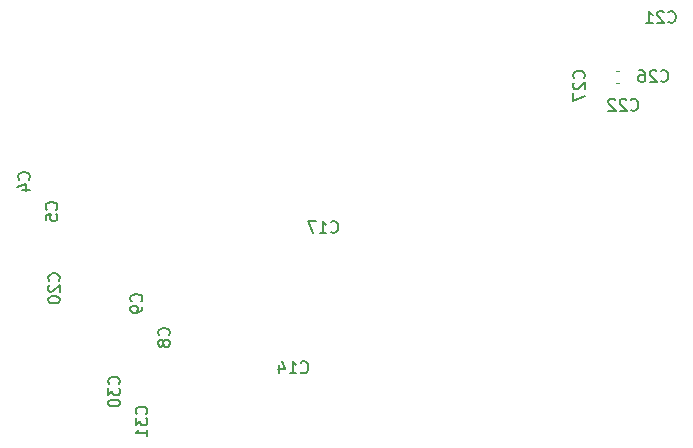
<source format=gbr>
%TF.GenerationSoftware,KiCad,Pcbnew,5.1.6*%
%TF.CreationDate,2020-09-04T11:32:19-04:00*%
%TF.ProjectId,rf-analyzer,72662d61-6e61-46c7-997a-65722e6b6963,rev?*%
%TF.SameCoordinates,Original*%
%TF.FileFunction,Legend,Bot*%
%TF.FilePolarity,Positive*%
%FSLAX46Y46*%
G04 Gerber Fmt 4.6, Leading zero omitted, Abs format (unit mm)*
G04 Created by KiCad (PCBNEW 5.1.6) date 2020-09-04 11:32:19*
%MOMM*%
%LPD*%
G01*
G04 APERTURE LIST*
%ADD10C,0.120000*%
%ADD11C,0.150000*%
G04 APERTURE END LIST*
D10*
%TO.C,C26*%
X165724721Y-89660000D02*
X166050279Y-89660000D01*
X165724721Y-90680000D02*
X166050279Y-90680000D01*
%TO.C,C31*%
D11*
X125987142Y-118737142D02*
X126034761Y-118689523D01*
X126082380Y-118546666D01*
X126082380Y-118451428D01*
X126034761Y-118308571D01*
X125939523Y-118213333D01*
X125844285Y-118165714D01*
X125653809Y-118118095D01*
X125510952Y-118118095D01*
X125320476Y-118165714D01*
X125225238Y-118213333D01*
X125130000Y-118308571D01*
X125082380Y-118451428D01*
X125082380Y-118546666D01*
X125130000Y-118689523D01*
X125177619Y-118737142D01*
X125082380Y-119070476D02*
X125082380Y-119689523D01*
X125463333Y-119356190D01*
X125463333Y-119499047D01*
X125510952Y-119594285D01*
X125558571Y-119641904D01*
X125653809Y-119689523D01*
X125891904Y-119689523D01*
X125987142Y-119641904D01*
X126034761Y-119594285D01*
X126082380Y-119499047D01*
X126082380Y-119213333D01*
X126034761Y-119118095D01*
X125987142Y-119070476D01*
X126082380Y-120641904D02*
X126082380Y-120070476D01*
X126082380Y-120356190D02*
X125082380Y-120356190D01*
X125225238Y-120260952D01*
X125320476Y-120165714D01*
X125368095Y-120070476D01*
%TO.C,C30*%
X123647142Y-116197142D02*
X123694761Y-116149523D01*
X123742380Y-116006666D01*
X123742380Y-115911428D01*
X123694761Y-115768571D01*
X123599523Y-115673333D01*
X123504285Y-115625714D01*
X123313809Y-115578095D01*
X123170952Y-115578095D01*
X122980476Y-115625714D01*
X122885238Y-115673333D01*
X122790000Y-115768571D01*
X122742380Y-115911428D01*
X122742380Y-116006666D01*
X122790000Y-116149523D01*
X122837619Y-116197142D01*
X122742380Y-116530476D02*
X122742380Y-117149523D01*
X123123333Y-116816190D01*
X123123333Y-116959047D01*
X123170952Y-117054285D01*
X123218571Y-117101904D01*
X123313809Y-117149523D01*
X123551904Y-117149523D01*
X123647142Y-117101904D01*
X123694761Y-117054285D01*
X123742380Y-116959047D01*
X123742380Y-116673333D01*
X123694761Y-116578095D01*
X123647142Y-116530476D01*
X122742380Y-117768571D02*
X122742380Y-117863809D01*
X122790000Y-117959047D01*
X122837619Y-118006666D01*
X122932857Y-118054285D01*
X123123333Y-118101904D01*
X123361428Y-118101904D01*
X123551904Y-118054285D01*
X123647142Y-118006666D01*
X123694761Y-117959047D01*
X123742380Y-117863809D01*
X123742380Y-117768571D01*
X123694761Y-117673333D01*
X123647142Y-117625714D01*
X123551904Y-117578095D01*
X123361428Y-117530476D01*
X123123333Y-117530476D01*
X122932857Y-117578095D01*
X122837619Y-117625714D01*
X122790000Y-117673333D01*
X122742380Y-117768571D01*
%TO.C,C27*%
X163017142Y-90312142D02*
X163064761Y-90264523D01*
X163112380Y-90121666D01*
X163112380Y-90026428D01*
X163064761Y-89883571D01*
X162969523Y-89788333D01*
X162874285Y-89740714D01*
X162683809Y-89693095D01*
X162540952Y-89693095D01*
X162350476Y-89740714D01*
X162255238Y-89788333D01*
X162160000Y-89883571D01*
X162112380Y-90026428D01*
X162112380Y-90121666D01*
X162160000Y-90264523D01*
X162207619Y-90312142D01*
X162207619Y-90693095D02*
X162160000Y-90740714D01*
X162112380Y-90835952D01*
X162112380Y-91074047D01*
X162160000Y-91169285D01*
X162207619Y-91216904D01*
X162302857Y-91264523D01*
X162398095Y-91264523D01*
X162540952Y-91216904D01*
X163112380Y-90645476D01*
X163112380Y-91264523D01*
X162112380Y-91597857D02*
X162112380Y-92264523D01*
X163112380Y-91835952D01*
%TO.C,C26*%
X169552857Y-90527142D02*
X169600476Y-90574761D01*
X169743333Y-90622380D01*
X169838571Y-90622380D01*
X169981428Y-90574761D01*
X170076666Y-90479523D01*
X170124285Y-90384285D01*
X170171904Y-90193809D01*
X170171904Y-90050952D01*
X170124285Y-89860476D01*
X170076666Y-89765238D01*
X169981428Y-89670000D01*
X169838571Y-89622380D01*
X169743333Y-89622380D01*
X169600476Y-89670000D01*
X169552857Y-89717619D01*
X169171904Y-89717619D02*
X169124285Y-89670000D01*
X169029047Y-89622380D01*
X168790952Y-89622380D01*
X168695714Y-89670000D01*
X168648095Y-89717619D01*
X168600476Y-89812857D01*
X168600476Y-89908095D01*
X168648095Y-90050952D01*
X169219523Y-90622380D01*
X168600476Y-90622380D01*
X167743333Y-89622380D02*
X167933809Y-89622380D01*
X168029047Y-89670000D01*
X168076666Y-89717619D01*
X168171904Y-89860476D01*
X168219523Y-90050952D01*
X168219523Y-90431904D01*
X168171904Y-90527142D01*
X168124285Y-90574761D01*
X168029047Y-90622380D01*
X167838571Y-90622380D01*
X167743333Y-90574761D01*
X167695714Y-90527142D01*
X167648095Y-90431904D01*
X167648095Y-90193809D01*
X167695714Y-90098571D01*
X167743333Y-90050952D01*
X167838571Y-90003333D01*
X168029047Y-90003333D01*
X168124285Y-90050952D01*
X168171904Y-90098571D01*
X168219523Y-90193809D01*
%TO.C,C22*%
X167012857Y-92967142D02*
X167060476Y-93014761D01*
X167203333Y-93062380D01*
X167298571Y-93062380D01*
X167441428Y-93014761D01*
X167536666Y-92919523D01*
X167584285Y-92824285D01*
X167631904Y-92633809D01*
X167631904Y-92490952D01*
X167584285Y-92300476D01*
X167536666Y-92205238D01*
X167441428Y-92110000D01*
X167298571Y-92062380D01*
X167203333Y-92062380D01*
X167060476Y-92110000D01*
X167012857Y-92157619D01*
X166631904Y-92157619D02*
X166584285Y-92110000D01*
X166489047Y-92062380D01*
X166250952Y-92062380D01*
X166155714Y-92110000D01*
X166108095Y-92157619D01*
X166060476Y-92252857D01*
X166060476Y-92348095D01*
X166108095Y-92490952D01*
X166679523Y-93062380D01*
X166060476Y-93062380D01*
X165679523Y-92157619D02*
X165631904Y-92110000D01*
X165536666Y-92062380D01*
X165298571Y-92062380D01*
X165203333Y-92110000D01*
X165155714Y-92157619D01*
X165108095Y-92252857D01*
X165108095Y-92348095D01*
X165155714Y-92490952D01*
X165727142Y-93062380D01*
X165108095Y-93062380D01*
%TO.C,C21*%
X170187857Y-85547142D02*
X170235476Y-85594761D01*
X170378333Y-85642380D01*
X170473571Y-85642380D01*
X170616428Y-85594761D01*
X170711666Y-85499523D01*
X170759285Y-85404285D01*
X170806904Y-85213809D01*
X170806904Y-85070952D01*
X170759285Y-84880476D01*
X170711666Y-84785238D01*
X170616428Y-84690000D01*
X170473571Y-84642380D01*
X170378333Y-84642380D01*
X170235476Y-84690000D01*
X170187857Y-84737619D01*
X169806904Y-84737619D02*
X169759285Y-84690000D01*
X169664047Y-84642380D01*
X169425952Y-84642380D01*
X169330714Y-84690000D01*
X169283095Y-84737619D01*
X169235476Y-84832857D01*
X169235476Y-84928095D01*
X169283095Y-85070952D01*
X169854523Y-85642380D01*
X169235476Y-85642380D01*
X168283095Y-85642380D02*
X168854523Y-85642380D01*
X168568809Y-85642380D02*
X168568809Y-84642380D01*
X168664047Y-84785238D01*
X168759285Y-84880476D01*
X168854523Y-84928095D01*
%TO.C,C20*%
X118567142Y-107457142D02*
X118614761Y-107409523D01*
X118662380Y-107266666D01*
X118662380Y-107171428D01*
X118614761Y-107028571D01*
X118519523Y-106933333D01*
X118424285Y-106885714D01*
X118233809Y-106838095D01*
X118090952Y-106838095D01*
X117900476Y-106885714D01*
X117805238Y-106933333D01*
X117710000Y-107028571D01*
X117662380Y-107171428D01*
X117662380Y-107266666D01*
X117710000Y-107409523D01*
X117757619Y-107457142D01*
X117757619Y-107838095D02*
X117710000Y-107885714D01*
X117662380Y-107980952D01*
X117662380Y-108219047D01*
X117710000Y-108314285D01*
X117757619Y-108361904D01*
X117852857Y-108409523D01*
X117948095Y-108409523D01*
X118090952Y-108361904D01*
X118662380Y-107790476D01*
X118662380Y-108409523D01*
X117662380Y-109028571D02*
X117662380Y-109123809D01*
X117710000Y-109219047D01*
X117757619Y-109266666D01*
X117852857Y-109314285D01*
X118043333Y-109361904D01*
X118281428Y-109361904D01*
X118471904Y-109314285D01*
X118567142Y-109266666D01*
X118614761Y-109219047D01*
X118662380Y-109123809D01*
X118662380Y-109028571D01*
X118614761Y-108933333D01*
X118567142Y-108885714D01*
X118471904Y-108838095D01*
X118281428Y-108790476D01*
X118043333Y-108790476D01*
X117852857Y-108838095D01*
X117757619Y-108885714D01*
X117710000Y-108933333D01*
X117662380Y-109028571D01*
%TO.C,C17*%
X141612857Y-103327142D02*
X141660476Y-103374761D01*
X141803333Y-103422380D01*
X141898571Y-103422380D01*
X142041428Y-103374761D01*
X142136666Y-103279523D01*
X142184285Y-103184285D01*
X142231904Y-102993809D01*
X142231904Y-102850952D01*
X142184285Y-102660476D01*
X142136666Y-102565238D01*
X142041428Y-102470000D01*
X141898571Y-102422380D01*
X141803333Y-102422380D01*
X141660476Y-102470000D01*
X141612857Y-102517619D01*
X140660476Y-103422380D02*
X141231904Y-103422380D01*
X140946190Y-103422380D02*
X140946190Y-102422380D01*
X141041428Y-102565238D01*
X141136666Y-102660476D01*
X141231904Y-102708095D01*
X140327142Y-102422380D02*
X139660476Y-102422380D01*
X140089047Y-103422380D01*
%TO.C,C14*%
X139072857Y-115192142D02*
X139120476Y-115239761D01*
X139263333Y-115287380D01*
X139358571Y-115287380D01*
X139501428Y-115239761D01*
X139596666Y-115144523D01*
X139644285Y-115049285D01*
X139691904Y-114858809D01*
X139691904Y-114715952D01*
X139644285Y-114525476D01*
X139596666Y-114430238D01*
X139501428Y-114335000D01*
X139358571Y-114287380D01*
X139263333Y-114287380D01*
X139120476Y-114335000D01*
X139072857Y-114382619D01*
X138120476Y-115287380D02*
X138691904Y-115287380D01*
X138406190Y-115287380D02*
X138406190Y-114287380D01*
X138501428Y-114430238D01*
X138596666Y-114525476D01*
X138691904Y-114573095D01*
X137263333Y-114620714D02*
X137263333Y-115287380D01*
X137501428Y-114239761D02*
X137739523Y-114954047D01*
X137120476Y-114954047D01*
%TO.C,C9*%
X125552142Y-109203333D02*
X125599761Y-109155714D01*
X125647380Y-109012857D01*
X125647380Y-108917619D01*
X125599761Y-108774761D01*
X125504523Y-108679523D01*
X125409285Y-108631904D01*
X125218809Y-108584285D01*
X125075952Y-108584285D01*
X124885476Y-108631904D01*
X124790238Y-108679523D01*
X124695000Y-108774761D01*
X124647380Y-108917619D01*
X124647380Y-109012857D01*
X124695000Y-109155714D01*
X124742619Y-109203333D01*
X125647380Y-109679523D02*
X125647380Y-109870000D01*
X125599761Y-109965238D01*
X125552142Y-110012857D01*
X125409285Y-110108095D01*
X125218809Y-110155714D01*
X124837857Y-110155714D01*
X124742619Y-110108095D01*
X124695000Y-110060476D01*
X124647380Y-109965238D01*
X124647380Y-109774761D01*
X124695000Y-109679523D01*
X124742619Y-109631904D01*
X124837857Y-109584285D01*
X125075952Y-109584285D01*
X125171190Y-109631904D01*
X125218809Y-109679523D01*
X125266428Y-109774761D01*
X125266428Y-109965238D01*
X125218809Y-110060476D01*
X125171190Y-110108095D01*
X125075952Y-110155714D01*
%TO.C,C8*%
X127892142Y-112078333D02*
X127939761Y-112030714D01*
X127987380Y-111887857D01*
X127987380Y-111792619D01*
X127939761Y-111649761D01*
X127844523Y-111554523D01*
X127749285Y-111506904D01*
X127558809Y-111459285D01*
X127415952Y-111459285D01*
X127225476Y-111506904D01*
X127130238Y-111554523D01*
X127035000Y-111649761D01*
X126987380Y-111792619D01*
X126987380Y-111887857D01*
X127035000Y-112030714D01*
X127082619Y-112078333D01*
X127415952Y-112649761D02*
X127368333Y-112554523D01*
X127320714Y-112506904D01*
X127225476Y-112459285D01*
X127177857Y-112459285D01*
X127082619Y-112506904D01*
X127035000Y-112554523D01*
X126987380Y-112649761D01*
X126987380Y-112840238D01*
X127035000Y-112935476D01*
X127082619Y-112983095D01*
X127177857Y-113030714D01*
X127225476Y-113030714D01*
X127320714Y-112983095D01*
X127368333Y-112935476D01*
X127415952Y-112840238D01*
X127415952Y-112649761D01*
X127463571Y-112554523D01*
X127511190Y-112506904D01*
X127606428Y-112459285D01*
X127796904Y-112459285D01*
X127892142Y-112506904D01*
X127939761Y-112554523D01*
X127987380Y-112649761D01*
X127987380Y-112840238D01*
X127939761Y-112935476D01*
X127892142Y-112983095D01*
X127796904Y-113030714D01*
X127606428Y-113030714D01*
X127511190Y-112983095D01*
X127463571Y-112935476D01*
X127415952Y-112840238D01*
%TO.C,C5*%
X118367142Y-101433333D02*
X118414761Y-101385714D01*
X118462380Y-101242857D01*
X118462380Y-101147619D01*
X118414761Y-101004761D01*
X118319523Y-100909523D01*
X118224285Y-100861904D01*
X118033809Y-100814285D01*
X117890952Y-100814285D01*
X117700476Y-100861904D01*
X117605238Y-100909523D01*
X117510000Y-101004761D01*
X117462380Y-101147619D01*
X117462380Y-101242857D01*
X117510000Y-101385714D01*
X117557619Y-101433333D01*
X117462380Y-102338095D02*
X117462380Y-101861904D01*
X117938571Y-101814285D01*
X117890952Y-101861904D01*
X117843333Y-101957142D01*
X117843333Y-102195238D01*
X117890952Y-102290476D01*
X117938571Y-102338095D01*
X118033809Y-102385714D01*
X118271904Y-102385714D01*
X118367142Y-102338095D01*
X118414761Y-102290476D01*
X118462380Y-102195238D01*
X118462380Y-101957142D01*
X118414761Y-101861904D01*
X118367142Y-101814285D01*
%TO.C,C4*%
X116027142Y-98893333D02*
X116074761Y-98845714D01*
X116122380Y-98702857D01*
X116122380Y-98607619D01*
X116074761Y-98464761D01*
X115979523Y-98369523D01*
X115884285Y-98321904D01*
X115693809Y-98274285D01*
X115550952Y-98274285D01*
X115360476Y-98321904D01*
X115265238Y-98369523D01*
X115170000Y-98464761D01*
X115122380Y-98607619D01*
X115122380Y-98702857D01*
X115170000Y-98845714D01*
X115217619Y-98893333D01*
X115455714Y-99750476D02*
X116122380Y-99750476D01*
X115074761Y-99512380D02*
X115789047Y-99274285D01*
X115789047Y-99893333D01*
%TD*%
M02*

</source>
